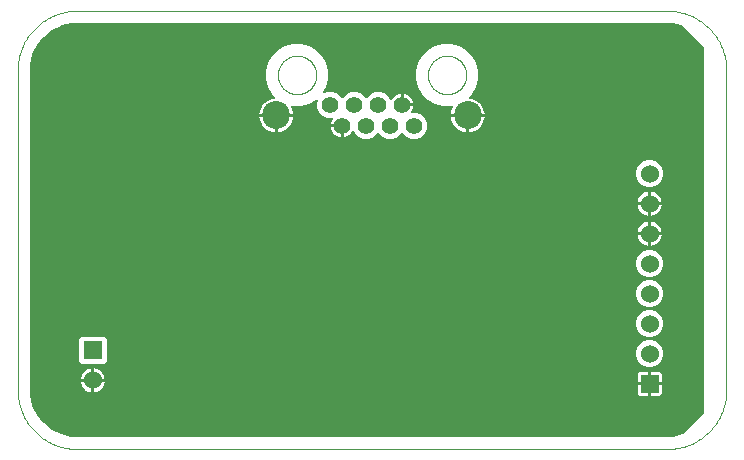
<source format=gbl>
G04 EAGLE Gerber RS-274X export*
G75*
%MOMM*%
%FSLAX34Y34*%
%LPD*%
%INBottom layer*%
%IPPOS*%
%AMOC8*
5,1,8,0,0,1.08239X$1,22.5*%
G01*
%ADD10C,0.000000*%
%ADD11R,1.530000X1.530000*%
%ADD12C,1.530000*%
%ADD13C,1.422400*%
%ADD14C,2.362200*%

G36*
X550016Y10164D02*
X550016Y10164D01*
X550036Y10162D01*
X554425Y10408D01*
X554467Y10418D01*
X554531Y10423D01*
X563090Y12377D01*
X563136Y12396D01*
X563224Y12424D01*
X563313Y12467D01*
X563324Y12474D01*
X563336Y12478D01*
X563487Y12590D01*
X580448Y29552D01*
X580473Y29586D01*
X580504Y29615D01*
X580536Y29678D01*
X580577Y29736D01*
X580587Y29777D01*
X580607Y29815D01*
X580620Y29904D01*
X580633Y29953D01*
X580630Y29974D01*
X580634Y30000D01*
X580634Y340000D01*
X580627Y340042D01*
X580629Y340084D01*
X580607Y340151D01*
X580595Y340221D01*
X580573Y340257D01*
X580560Y340298D01*
X580506Y340371D01*
X580480Y340414D01*
X580464Y340427D01*
X580448Y340448D01*
X562161Y358735D01*
X562093Y358783D01*
X562029Y358837D01*
X561998Y358849D01*
X561977Y358864D01*
X561930Y358876D01*
X561854Y358905D01*
X554531Y360577D01*
X554487Y360579D01*
X554425Y360592D01*
X553687Y360633D01*
X553671Y360631D01*
X553651Y360634D01*
X46349Y360634D01*
X46333Y360631D01*
X46313Y360633D01*
X45575Y360592D01*
X45533Y360582D01*
X45469Y360577D01*
X36910Y358623D01*
X36864Y358604D01*
X36776Y358576D01*
X28866Y354767D01*
X28837Y354746D01*
X28803Y354732D01*
X28781Y354712D01*
X28746Y354692D01*
X21882Y349218D01*
X21849Y349180D01*
X21782Y349118D01*
X16308Y342254D01*
X16284Y342209D01*
X16281Y342205D01*
X16261Y342180D01*
X16257Y342170D01*
X16233Y342134D01*
X12424Y334224D01*
X12410Y334175D01*
X12377Y334090D01*
X10423Y325531D01*
X10422Y325500D01*
X10414Y325477D01*
X10414Y325455D01*
X10408Y325425D01*
X10162Y321036D01*
X10164Y321020D01*
X10161Y321000D01*
X10161Y50000D01*
X10164Y49984D01*
X10162Y49964D01*
X10408Y45575D01*
X10418Y45533D01*
X10423Y45469D01*
X12377Y36910D01*
X12396Y36864D01*
X12424Y36776D01*
X16233Y28866D01*
X16262Y28826D01*
X16308Y28746D01*
X21782Y21882D01*
X21820Y21849D01*
X21882Y21782D01*
X28746Y16308D01*
X28791Y16284D01*
X28866Y16233D01*
X36776Y12424D01*
X36825Y12410D01*
X36910Y12377D01*
X45469Y10423D01*
X45513Y10421D01*
X45575Y10408D01*
X49964Y10162D01*
X49980Y10164D01*
X50000Y10161D01*
X550000Y10161D01*
X550016Y10164D01*
G37*
%LPC*%
G36*
X292697Y262343D02*
X292697Y262343D01*
X288589Y264045D01*
X285445Y267189D01*
X284521Y269419D01*
X284473Y269494D01*
X284431Y269572D01*
X284413Y269588D01*
X284400Y269608D01*
X284329Y269661D01*
X284262Y269720D01*
X284240Y269728D01*
X284221Y269742D01*
X284135Y269768D01*
X284052Y269799D01*
X284028Y269800D01*
X284006Y269806D01*
X283917Y269800D01*
X283828Y269801D01*
X283805Y269793D01*
X283782Y269791D01*
X283701Y269755D01*
X283617Y269725D01*
X283599Y269709D01*
X283577Y269700D01*
X283514Y269637D01*
X283446Y269579D01*
X283432Y269557D01*
X283417Y269542D01*
X283396Y269496D01*
X283349Y269419D01*
X283154Y268948D01*
X282098Y267367D01*
X280753Y266022D01*
X279172Y264966D01*
X277416Y264238D01*
X275869Y263931D01*
X275869Y272885D01*
X275858Y272950D01*
X275856Y273015D01*
X275838Y273059D01*
X275830Y273106D01*
X275796Y273162D01*
X275771Y273223D01*
X275739Y273258D01*
X275715Y273299D01*
X275664Y273340D01*
X275620Y273389D01*
X275578Y273411D01*
X275541Y273440D01*
X275479Y273461D01*
X275420Y273491D01*
X275366Y273500D01*
X275329Y273512D01*
X275289Y273511D01*
X275235Y273519D01*
X274599Y273519D01*
X274599Y274155D01*
X274587Y274220D01*
X274586Y274285D01*
X274568Y274329D01*
X274559Y274376D01*
X274526Y274433D01*
X274501Y274493D01*
X274469Y274528D01*
X274445Y274569D01*
X274394Y274610D01*
X274350Y274659D01*
X274308Y274681D01*
X274271Y274710D01*
X274209Y274731D01*
X274150Y274762D01*
X274096Y274770D01*
X274059Y274782D01*
X274019Y274781D01*
X273965Y274789D01*
X265011Y274789D01*
X265318Y276336D01*
X266046Y278092D01*
X266744Y279137D01*
X266755Y279162D01*
X266772Y279183D01*
X266799Y279264D01*
X266833Y279342D01*
X266835Y279369D01*
X266844Y279395D01*
X266841Y279481D01*
X266846Y279566D01*
X266838Y279592D01*
X266837Y279620D01*
X266805Y279699D01*
X266780Y279781D01*
X266763Y279802D01*
X266753Y279827D01*
X266695Y279891D01*
X266643Y279959D01*
X266620Y279973D01*
X266601Y279993D01*
X266525Y280032D01*
X266453Y280078D01*
X266426Y280083D01*
X266402Y280096D01*
X266272Y280115D01*
X266233Y280123D01*
X266225Y280122D01*
X266216Y280123D01*
X262217Y280123D01*
X258109Y281825D01*
X254965Y284969D01*
X253263Y289077D01*
X253263Y293523D01*
X253868Y294984D01*
X253890Y295082D01*
X253915Y295179D01*
X253914Y295191D01*
X253916Y295203D01*
X253902Y295303D01*
X253892Y295403D01*
X253886Y295413D01*
X253885Y295425D01*
X253837Y295513D01*
X253792Y295604D01*
X253783Y295612D01*
X253778Y295622D01*
X253702Y295688D01*
X253629Y295758D01*
X253618Y295762D01*
X253609Y295770D01*
X253515Y295806D01*
X253422Y295845D01*
X253410Y295846D01*
X253399Y295850D01*
X253298Y295851D01*
X253198Y295855D01*
X253187Y295851D01*
X253175Y295851D01*
X253080Y295817D01*
X252984Y295786D01*
X252974Y295779D01*
X252964Y295775D01*
X252929Y295745D01*
X252834Y295675D01*
X252720Y295561D01*
X246696Y292083D01*
X239978Y290283D01*
X233022Y290283D01*
X232137Y290520D01*
X232065Y290527D01*
X231994Y290542D01*
X231954Y290536D01*
X231913Y290539D01*
X231843Y290520D01*
X231772Y290509D01*
X231736Y290490D01*
X231697Y290479D01*
X231638Y290436D01*
X231575Y290402D01*
X231548Y290371D01*
X231516Y290347D01*
X231475Y290287D01*
X231428Y290232D01*
X231414Y290194D01*
X231391Y290161D01*
X231374Y290090D01*
X231349Y290022D01*
X231349Y289982D01*
X231340Y289942D01*
X231348Y289870D01*
X231348Y289798D01*
X231363Y289754D01*
X231367Y289720D01*
X231387Y289681D01*
X231408Y289620D01*
X232274Y287919D01*
X232972Y285771D01*
X233304Y283679D01*
X219609Y283679D01*
X219544Y283668D01*
X219479Y283666D01*
X219435Y283648D01*
X219388Y283640D01*
X219332Y283606D01*
X219271Y283581D01*
X219236Y283549D01*
X219195Y283525D01*
X219154Y283474D01*
X219105Y283430D01*
X219083Y283388D01*
X219054Y283351D01*
X219033Y283289D01*
X219003Y283230D01*
X218994Y283176D01*
X218982Y283139D01*
X218983Y283099D01*
X218975Y283045D01*
X218975Y282409D01*
X218973Y282409D01*
X218973Y283045D01*
X218961Y283110D01*
X218960Y283175D01*
X218942Y283219D01*
X218933Y283266D01*
X218900Y283323D01*
X218875Y283383D01*
X218843Y283418D01*
X218819Y283459D01*
X218768Y283500D01*
X218724Y283549D01*
X218682Y283571D01*
X218645Y283600D01*
X218583Y283621D01*
X218524Y283652D01*
X218470Y283660D01*
X218433Y283672D01*
X218393Y283671D01*
X218339Y283679D01*
X204644Y283679D01*
X204976Y285771D01*
X205674Y287919D01*
X206699Y289932D01*
X208027Y291760D01*
X209624Y293357D01*
X211452Y294685D01*
X213465Y295710D01*
X215613Y296408D01*
X217681Y296736D01*
X217719Y296749D01*
X217758Y296753D01*
X217824Y296786D01*
X217893Y296810D01*
X217924Y296835D01*
X217959Y296852D01*
X218009Y296906D01*
X218066Y296953D01*
X218086Y296987D01*
X218113Y297016D01*
X218142Y297083D01*
X218178Y297147D01*
X218185Y297186D01*
X218200Y297222D01*
X218204Y297296D01*
X218216Y297368D01*
X218209Y297407D01*
X218210Y297447D01*
X218188Y297516D01*
X218174Y297588D01*
X218154Y297622D01*
X218142Y297660D01*
X218085Y297737D01*
X218059Y297781D01*
X218044Y297792D01*
X218030Y297811D01*
X215361Y300480D01*
X211883Y306504D01*
X210083Y313222D01*
X210083Y320178D01*
X211883Y326896D01*
X215361Y332920D01*
X220280Y337839D01*
X226304Y341317D01*
X233022Y343117D01*
X239978Y343117D01*
X246696Y341317D01*
X252720Y337839D01*
X257639Y332920D01*
X261117Y326896D01*
X262917Y320178D01*
X262917Y313222D01*
X261117Y306504D01*
X258649Y302230D01*
X258648Y302226D01*
X258645Y302222D01*
X258640Y302210D01*
X258632Y302198D01*
X258605Y302108D01*
X258573Y302019D01*
X258573Y302011D01*
X258573Y302009D01*
X258573Y302000D01*
X258568Y301983D01*
X258574Y301889D01*
X258575Y301795D01*
X258582Y301778D01*
X258583Y301760D01*
X258622Y301673D01*
X258656Y301585D01*
X258668Y301571D01*
X258675Y301555D01*
X258741Y301488D01*
X258804Y301417D01*
X258820Y301408D01*
X258832Y301395D01*
X258918Y301355D01*
X259001Y301310D01*
X259019Y301308D01*
X259036Y301300D01*
X259125Y301293D01*
X259200Y301281D01*
X259205Y301281D01*
X259206Y301282D01*
X259223Y301279D01*
X259241Y301283D01*
X259259Y301282D01*
X259396Y301316D01*
X259426Y301321D01*
X259432Y301325D01*
X259441Y301327D01*
X259442Y301328D01*
X259443Y301328D01*
X262217Y302477D01*
X266663Y302477D01*
X270771Y300775D01*
X273915Y297631D01*
X274014Y297392D01*
X274062Y297318D01*
X274105Y297239D01*
X274122Y297224D01*
X274135Y297204D01*
X274206Y297150D01*
X274273Y297091D01*
X274296Y297083D01*
X274315Y297069D01*
X274400Y297043D01*
X274483Y297012D01*
X274507Y297012D01*
X274530Y297005D01*
X274619Y297011D01*
X274707Y297010D01*
X274730Y297018D01*
X274753Y297020D01*
X274835Y297056D01*
X274918Y297087D01*
X274937Y297102D01*
X274958Y297112D01*
X275021Y297174D01*
X275089Y297232D01*
X275103Y297255D01*
X275118Y297269D01*
X275139Y297315D01*
X275186Y297392D01*
X275285Y297631D01*
X278429Y300775D01*
X282537Y302477D01*
X286983Y302477D01*
X291091Y300775D01*
X294235Y297631D01*
X294334Y297392D01*
X294382Y297318D01*
X294424Y297239D01*
X294442Y297224D01*
X294455Y297204D01*
X294526Y297150D01*
X294593Y297091D01*
X294616Y297083D01*
X294634Y297069D01*
X294720Y297043D01*
X294803Y297012D01*
X294827Y297012D01*
X294850Y297005D01*
X294938Y297011D01*
X295027Y297010D01*
X295050Y297018D01*
X295073Y297020D01*
X295154Y297056D01*
X295238Y297087D01*
X295256Y297102D01*
X295278Y297112D01*
X295342Y297174D01*
X295409Y297232D01*
X295423Y297254D01*
X295438Y297269D01*
X295459Y297315D01*
X295506Y297392D01*
X295605Y297631D01*
X298749Y300775D01*
X302857Y302477D01*
X307303Y302477D01*
X311411Y300775D01*
X314555Y297631D01*
X315479Y295401D01*
X315527Y295326D01*
X315569Y295248D01*
X315587Y295232D01*
X315600Y295212D01*
X315671Y295159D01*
X315738Y295100D01*
X315760Y295092D01*
X315779Y295078D01*
X315865Y295052D01*
X315948Y295021D01*
X315972Y295020D01*
X315994Y295014D01*
X316083Y295020D01*
X316172Y295019D01*
X316195Y295027D01*
X316218Y295029D01*
X316299Y295065D01*
X316383Y295095D01*
X316401Y295111D01*
X316423Y295120D01*
X316486Y295183D01*
X316554Y295241D01*
X316568Y295263D01*
X316583Y295278D01*
X316604Y295324D01*
X316651Y295401D01*
X316846Y295872D01*
X317902Y297453D01*
X319247Y298798D01*
X320828Y299854D01*
X322584Y300582D01*
X324131Y300889D01*
X324131Y291935D01*
X324142Y291870D01*
X324144Y291805D01*
X324162Y291761D01*
X324170Y291714D01*
X324204Y291658D01*
X324229Y291597D01*
X324260Y291562D01*
X324285Y291521D01*
X324336Y291480D01*
X324380Y291431D01*
X324422Y291409D01*
X324459Y291380D01*
X324521Y291359D01*
X324580Y291329D01*
X324634Y291320D01*
X324671Y291308D01*
X324711Y291309D01*
X324765Y291301D01*
X325401Y291301D01*
X325401Y290665D01*
X325413Y290600D01*
X325414Y290534D01*
X325432Y290491D01*
X325441Y290444D01*
X325474Y290387D01*
X325499Y290327D01*
X325531Y290292D01*
X325555Y290251D01*
X325606Y290210D01*
X325650Y290161D01*
X325692Y290139D01*
X325729Y290110D01*
X325791Y290089D01*
X325850Y290058D01*
X325904Y290050D01*
X325941Y290038D01*
X325981Y290039D01*
X326035Y290031D01*
X334989Y290031D01*
X334682Y288484D01*
X333954Y286728D01*
X333256Y285683D01*
X333245Y285658D01*
X333228Y285637D01*
X333201Y285556D01*
X333167Y285478D01*
X333165Y285451D01*
X333156Y285425D01*
X333159Y285339D01*
X333154Y285254D01*
X333162Y285228D01*
X333163Y285200D01*
X333195Y285121D01*
X333220Y285039D01*
X333237Y285018D01*
X333247Y284993D01*
X333305Y284929D01*
X333357Y284861D01*
X333380Y284847D01*
X333399Y284827D01*
X333475Y284788D01*
X333547Y284742D01*
X333574Y284737D01*
X333598Y284724D01*
X333728Y284705D01*
X333767Y284697D01*
X333775Y284698D01*
X333784Y284697D01*
X337783Y284697D01*
X341891Y282995D01*
X345035Y279851D01*
X346737Y275743D01*
X346737Y271297D01*
X345035Y267189D01*
X341891Y264045D01*
X337783Y262343D01*
X333337Y262343D01*
X329229Y264045D01*
X326085Y267189D01*
X325986Y267428D01*
X325938Y267503D01*
X325895Y267581D01*
X325878Y267596D01*
X325865Y267616D01*
X325794Y267670D01*
X325727Y267729D01*
X325704Y267737D01*
X325685Y267751D01*
X325600Y267777D01*
X325517Y267808D01*
X325493Y267808D01*
X325470Y267815D01*
X325381Y267809D01*
X325292Y267810D01*
X325270Y267802D01*
X325247Y267800D01*
X325165Y267764D01*
X325082Y267733D01*
X325064Y267718D01*
X325042Y267708D01*
X324978Y267646D01*
X324911Y267588D01*
X324897Y267566D01*
X324882Y267551D01*
X324861Y267505D01*
X324814Y267428D01*
X324715Y267189D01*
X321571Y264045D01*
X317463Y262343D01*
X313017Y262343D01*
X308909Y264045D01*
X305765Y267189D01*
X305666Y267428D01*
X305618Y267503D01*
X305575Y267581D01*
X305558Y267596D01*
X305545Y267616D01*
X305474Y267670D01*
X305407Y267729D01*
X305384Y267737D01*
X305365Y267751D01*
X305280Y267777D01*
X305197Y267808D01*
X305173Y267808D01*
X305150Y267815D01*
X305061Y267809D01*
X304972Y267810D01*
X304950Y267802D01*
X304927Y267800D01*
X304845Y267764D01*
X304762Y267733D01*
X304744Y267718D01*
X304722Y267708D01*
X304658Y267646D01*
X304591Y267588D01*
X304577Y267566D01*
X304562Y267551D01*
X304541Y267505D01*
X304494Y267428D01*
X304395Y267189D01*
X301251Y264045D01*
X297143Y262343D01*
X292697Y262343D01*
G37*
%LPD*%
%LPC*%
G36*
X381025Y282409D02*
X381025Y282409D01*
X381025Y283045D01*
X381013Y283110D01*
X381012Y283175D01*
X380994Y283219D01*
X380985Y283266D01*
X380952Y283323D01*
X380927Y283383D01*
X380895Y283418D01*
X380871Y283459D01*
X380820Y283500D01*
X380776Y283549D01*
X380734Y283571D01*
X380697Y283600D01*
X380635Y283621D01*
X380576Y283652D01*
X380522Y283660D01*
X380485Y283672D01*
X380445Y283671D01*
X380391Y283679D01*
X366696Y283679D01*
X367028Y285771D01*
X367726Y287919D01*
X368592Y289620D01*
X368613Y289689D01*
X368643Y289756D01*
X368646Y289796D01*
X368657Y289835D01*
X368653Y289907D01*
X368657Y289980D01*
X368646Y290018D01*
X368643Y290059D01*
X368614Y290125D01*
X368593Y290195D01*
X368569Y290227D01*
X368552Y290264D01*
X368501Y290316D01*
X368458Y290374D01*
X368424Y290395D01*
X368395Y290424D01*
X368330Y290455D01*
X368269Y290494D01*
X368229Y290503D01*
X368193Y290520D01*
X368120Y290526D01*
X368049Y290542D01*
X368003Y290536D01*
X367969Y290539D01*
X367927Y290528D01*
X367863Y290520D01*
X366978Y290283D01*
X360022Y290283D01*
X353304Y292083D01*
X347280Y295561D01*
X342361Y300480D01*
X338883Y306504D01*
X337083Y313222D01*
X337083Y320178D01*
X338883Y326896D01*
X342361Y332920D01*
X347280Y337839D01*
X353304Y341317D01*
X360022Y343117D01*
X366978Y343117D01*
X373696Y341317D01*
X379720Y337839D01*
X384639Y332920D01*
X388117Y326896D01*
X389917Y320178D01*
X389917Y313222D01*
X388117Y306504D01*
X384639Y300480D01*
X381970Y297811D01*
X381947Y297778D01*
X381917Y297752D01*
X381883Y297687D01*
X381842Y297627D01*
X381832Y297588D01*
X381813Y297553D01*
X381804Y297480D01*
X381786Y297409D01*
X381790Y297370D01*
X381785Y297330D01*
X381801Y297259D01*
X381809Y297186D01*
X381826Y297151D01*
X381835Y297112D01*
X381876Y297051D01*
X381908Y296985D01*
X381937Y296958D01*
X381959Y296925D01*
X382018Y296881D01*
X382072Y296831D01*
X382108Y296816D01*
X382140Y296792D01*
X382232Y296763D01*
X382278Y296744D01*
X382297Y296743D01*
X382319Y296736D01*
X384387Y296408D01*
X386535Y295710D01*
X388548Y294685D01*
X390376Y293357D01*
X391973Y291760D01*
X393301Y289932D01*
X394326Y287919D01*
X395024Y285771D01*
X395356Y283679D01*
X381661Y283679D01*
X381596Y283668D01*
X381531Y283666D01*
X381487Y283648D01*
X381440Y283640D01*
X381384Y283606D01*
X381323Y283581D01*
X381288Y283549D01*
X381247Y283525D01*
X381206Y283474D01*
X381157Y283430D01*
X381135Y283388D01*
X381106Y283351D01*
X381085Y283289D01*
X381055Y283230D01*
X381046Y283176D01*
X381034Y283139D01*
X381035Y283099D01*
X381027Y283045D01*
X381027Y282409D01*
X381025Y282409D01*
G37*
%LPD*%
%LPC*%
G36*
X54166Y71785D02*
X54166Y71785D01*
X51785Y74166D01*
X51785Y92834D01*
X54166Y95215D01*
X72834Y95215D01*
X75215Y92834D01*
X75215Y74166D01*
X72834Y71785D01*
X54166Y71785D01*
G37*
%LPD*%
%LPC*%
G36*
X532670Y145285D02*
X532670Y145285D01*
X528364Y147069D01*
X525069Y150364D01*
X523285Y154670D01*
X523285Y159330D01*
X525069Y163636D01*
X528364Y166931D01*
X532670Y168715D01*
X537330Y168715D01*
X541636Y166931D01*
X544931Y163636D01*
X546715Y159330D01*
X546715Y154670D01*
X544931Y150364D01*
X541636Y147069D01*
X537330Y145285D01*
X532670Y145285D01*
G37*
%LPD*%
%LPC*%
G36*
X532670Y221485D02*
X532670Y221485D01*
X528364Y223269D01*
X525069Y226564D01*
X523285Y230870D01*
X523285Y235530D01*
X525069Y239836D01*
X528364Y243131D01*
X532670Y244915D01*
X537330Y244915D01*
X541636Y243131D01*
X544931Y239836D01*
X546715Y235530D01*
X546715Y230870D01*
X544931Y226564D01*
X541636Y223269D01*
X537330Y221485D01*
X532670Y221485D01*
G37*
%LPD*%
%LPC*%
G36*
X532670Y69085D02*
X532670Y69085D01*
X528364Y70869D01*
X525069Y74164D01*
X523285Y78470D01*
X523285Y83130D01*
X525069Y87436D01*
X528364Y90731D01*
X532670Y92515D01*
X537330Y92515D01*
X541636Y90731D01*
X544931Y87436D01*
X546715Y83130D01*
X546715Y78470D01*
X544931Y74164D01*
X541636Y70869D01*
X537330Y69085D01*
X532670Y69085D01*
G37*
%LPD*%
%LPC*%
G36*
X532670Y94485D02*
X532670Y94485D01*
X528364Y96269D01*
X525069Y99564D01*
X523285Y103870D01*
X523285Y108530D01*
X525069Y112836D01*
X528364Y116131D01*
X532670Y117915D01*
X537330Y117915D01*
X541636Y116131D01*
X544931Y112836D01*
X546715Y108530D01*
X546715Y103870D01*
X544931Y99564D01*
X541636Y96269D01*
X537330Y94485D01*
X532670Y94485D01*
G37*
%LPD*%
%LPC*%
G36*
X532670Y119885D02*
X532670Y119885D01*
X528364Y121669D01*
X525069Y124964D01*
X523285Y129270D01*
X523285Y133930D01*
X525069Y138236D01*
X528364Y141531D01*
X532670Y143315D01*
X537330Y143315D01*
X541636Y141531D01*
X544931Y138236D01*
X546715Y133930D01*
X546715Y129270D01*
X544931Y124964D01*
X541636Y121669D01*
X537330Y119885D01*
X532670Y119885D01*
G37*
%LPD*%
%LPC*%
G36*
X382295Y281141D02*
X382295Y281141D01*
X395356Y281141D01*
X395024Y279049D01*
X394326Y276901D01*
X393301Y274888D01*
X391973Y273060D01*
X390376Y271463D01*
X388548Y270135D01*
X386535Y269110D01*
X384387Y268412D01*
X382295Y268080D01*
X382295Y281141D01*
G37*
%LPD*%
%LPC*%
G36*
X220243Y281141D02*
X220243Y281141D01*
X233304Y281141D01*
X232972Y279049D01*
X232274Y276901D01*
X231249Y274888D01*
X229921Y273060D01*
X228324Y271463D01*
X226496Y270135D01*
X224483Y269110D01*
X222335Y268412D01*
X220243Y268080D01*
X220243Y281141D01*
G37*
%LPD*%
%LPC*%
G36*
X377665Y268412D02*
X377665Y268412D01*
X375517Y269110D01*
X373504Y270135D01*
X371676Y271463D01*
X370079Y273060D01*
X368751Y274888D01*
X367726Y276901D01*
X367028Y279049D01*
X366696Y281141D01*
X379757Y281141D01*
X379757Y268080D01*
X377665Y268412D01*
G37*
%LPD*%
%LPC*%
G36*
X215613Y268412D02*
X215613Y268412D01*
X213465Y269110D01*
X211452Y270135D01*
X209624Y271463D01*
X208027Y273060D01*
X206699Y274888D01*
X205674Y276901D01*
X204976Y279049D01*
X204644Y281141D01*
X217705Y281141D01*
X217705Y268080D01*
X215613Y268412D01*
G37*
%LPD*%
%LPC*%
G36*
X536269Y56669D02*
X536269Y56669D01*
X536269Y65591D01*
X542985Y65591D01*
X543631Y65418D01*
X544210Y65083D01*
X544683Y64610D01*
X545018Y64031D01*
X545191Y63385D01*
X545191Y56669D01*
X536269Y56669D01*
G37*
%LPD*%
%LPC*%
G36*
X536269Y45209D02*
X536269Y45209D01*
X536269Y54131D01*
X545191Y54131D01*
X545191Y47415D01*
X545018Y46769D01*
X544683Y46190D01*
X544210Y45717D01*
X543631Y45382D01*
X542985Y45209D01*
X536269Y45209D01*
G37*
%LPD*%
%LPC*%
G36*
X524809Y56669D02*
X524809Y56669D01*
X524809Y63385D01*
X524982Y64031D01*
X525317Y64610D01*
X525790Y65083D01*
X526369Y65418D01*
X527015Y65591D01*
X533731Y65591D01*
X533731Y56669D01*
X524809Y56669D01*
G37*
%LPD*%
%LPC*%
G36*
X527015Y45209D02*
X527015Y45209D01*
X526369Y45382D01*
X525790Y45717D01*
X525317Y46190D01*
X524982Y46769D01*
X524809Y47415D01*
X524809Y54131D01*
X533731Y54131D01*
X533731Y45209D01*
X527015Y45209D01*
G37*
%LPD*%
%LPC*%
G36*
X536269Y183669D02*
X536269Y183669D01*
X536269Y192517D01*
X537386Y192340D01*
X538912Y191844D01*
X540341Y191116D01*
X541639Y190173D01*
X542773Y189039D01*
X543716Y187741D01*
X544444Y186312D01*
X544940Y184786D01*
X545117Y183669D01*
X536269Y183669D01*
G37*
%LPD*%
%LPC*%
G36*
X64769Y59369D02*
X64769Y59369D01*
X64769Y68217D01*
X65886Y68040D01*
X67412Y67544D01*
X68841Y66816D01*
X70139Y65873D01*
X71273Y64739D01*
X72216Y63441D01*
X72944Y62012D01*
X73440Y60486D01*
X73617Y59369D01*
X64769Y59369D01*
G37*
%LPD*%
%LPC*%
G36*
X536269Y209069D02*
X536269Y209069D01*
X536269Y217917D01*
X537386Y217740D01*
X538912Y217244D01*
X540341Y216516D01*
X541639Y215573D01*
X542773Y214439D01*
X543716Y213141D01*
X544444Y211712D01*
X544940Y210186D01*
X545117Y209069D01*
X536269Y209069D01*
G37*
%LPD*%
%LPC*%
G36*
X536269Y181131D02*
X536269Y181131D01*
X545117Y181131D01*
X544940Y180014D01*
X544444Y178488D01*
X543716Y177059D01*
X542773Y175761D01*
X541639Y174627D01*
X540341Y173684D01*
X538912Y172956D01*
X537386Y172460D01*
X536269Y172283D01*
X536269Y181131D01*
G37*
%LPD*%
%LPC*%
G36*
X524883Y183669D02*
X524883Y183669D01*
X525060Y184786D01*
X525556Y186312D01*
X526284Y187741D01*
X527227Y189039D01*
X528361Y190173D01*
X529659Y191116D01*
X531088Y191844D01*
X532614Y192340D01*
X533731Y192517D01*
X533731Y183669D01*
X524883Y183669D01*
G37*
%LPD*%
%LPC*%
G36*
X536269Y206531D02*
X536269Y206531D01*
X545117Y206531D01*
X544940Y205414D01*
X544444Y203888D01*
X543716Y202459D01*
X542773Y201161D01*
X541639Y200027D01*
X540341Y199084D01*
X538912Y198356D01*
X537386Y197860D01*
X536269Y197683D01*
X536269Y206531D01*
G37*
%LPD*%
%LPC*%
G36*
X53383Y59369D02*
X53383Y59369D01*
X53560Y60486D01*
X54056Y62012D01*
X54784Y63441D01*
X55727Y64739D01*
X56861Y65873D01*
X58159Y66816D01*
X59588Y67544D01*
X61114Y68040D01*
X62231Y68217D01*
X62231Y59369D01*
X53383Y59369D01*
G37*
%LPD*%
%LPC*%
G36*
X524883Y209069D02*
X524883Y209069D01*
X525060Y210186D01*
X525556Y211712D01*
X526284Y213141D01*
X527227Y214439D01*
X528361Y215573D01*
X529659Y216516D01*
X531088Y217244D01*
X532614Y217740D01*
X533731Y217917D01*
X533731Y209069D01*
X524883Y209069D01*
G37*
%LPD*%
%LPC*%
G36*
X64769Y56831D02*
X64769Y56831D01*
X73617Y56831D01*
X73440Y55714D01*
X72944Y54188D01*
X72216Y52759D01*
X71273Y51461D01*
X70139Y50327D01*
X68841Y49384D01*
X67412Y48656D01*
X65886Y48160D01*
X64769Y47983D01*
X64769Y56831D01*
G37*
%LPD*%
%LPC*%
G36*
X532614Y172460D02*
X532614Y172460D01*
X531088Y172956D01*
X529659Y173684D01*
X528361Y174627D01*
X527227Y175761D01*
X526284Y177059D01*
X525556Y178488D01*
X525060Y180014D01*
X524883Y181131D01*
X533731Y181131D01*
X533731Y172283D01*
X532614Y172460D01*
G37*
%LPD*%
%LPC*%
G36*
X532614Y197860D02*
X532614Y197860D01*
X531088Y198356D01*
X529659Y199084D01*
X528361Y200027D01*
X527227Y201161D01*
X526284Y202459D01*
X525556Y203888D01*
X525060Y205414D01*
X524883Y206531D01*
X533731Y206531D01*
X533731Y197683D01*
X532614Y197860D01*
G37*
%LPD*%
%LPC*%
G36*
X61114Y48160D02*
X61114Y48160D01*
X59588Y48656D01*
X58159Y49384D01*
X56861Y50327D01*
X55727Y51461D01*
X54784Y52759D01*
X54056Y54188D01*
X53560Y55714D01*
X53383Y56831D01*
X62231Y56831D01*
X62231Y47983D01*
X61114Y48160D01*
G37*
%LPD*%
%LPC*%
G36*
X326669Y292569D02*
X326669Y292569D01*
X326669Y300889D01*
X328216Y300582D01*
X329972Y299854D01*
X331553Y298798D01*
X332898Y297453D01*
X333954Y295872D01*
X334682Y294116D01*
X334989Y292569D01*
X326669Y292569D01*
G37*
%LPD*%
%LPC*%
G36*
X271784Y264238D02*
X271784Y264238D01*
X270028Y264966D01*
X268447Y266022D01*
X267102Y267367D01*
X266046Y268948D01*
X265318Y270704D01*
X265011Y272251D01*
X273331Y272251D01*
X273331Y263931D01*
X271784Y264238D01*
G37*
%LPD*%
%LPC*%
G36*
X534999Y207799D02*
X534999Y207799D01*
X534999Y207801D01*
X535001Y207801D01*
X535001Y207799D01*
X534999Y207799D01*
G37*
%LPD*%
%LPC*%
G36*
X63499Y58099D02*
X63499Y58099D01*
X63499Y58101D01*
X63501Y58101D01*
X63501Y58099D01*
X63499Y58099D01*
G37*
%LPD*%
%LPC*%
G36*
X534999Y55399D02*
X534999Y55399D01*
X534999Y55401D01*
X535001Y55401D01*
X535001Y55399D01*
X534999Y55399D01*
G37*
%LPD*%
%LPC*%
G36*
X534999Y182399D02*
X534999Y182399D01*
X534999Y182401D01*
X535001Y182401D01*
X535001Y182399D01*
X534999Y182399D01*
G37*
%LPD*%
D10*
X0Y321000D02*
X0Y50000D01*
X15Y48792D01*
X58Y47584D01*
X131Y46378D01*
X233Y45174D01*
X365Y43973D01*
X525Y42776D01*
X714Y41582D01*
X931Y40394D01*
X1178Y39211D01*
X1453Y38034D01*
X1756Y36865D01*
X2088Y35703D01*
X2447Y34549D01*
X2834Y33405D01*
X3249Y32270D01*
X3691Y31145D01*
X4160Y30032D01*
X4656Y28930D01*
X5179Y27840D01*
X5727Y26764D01*
X6302Y25701D01*
X6902Y24652D01*
X7527Y23618D01*
X8176Y22599D01*
X8851Y21597D01*
X9549Y20611D01*
X10271Y19642D01*
X11016Y18691D01*
X11784Y17758D01*
X12574Y16844D01*
X13387Y15949D01*
X14220Y15074D01*
X15074Y14220D01*
X15949Y13387D01*
X16844Y12574D01*
X17758Y11784D01*
X18691Y11016D01*
X19642Y10271D01*
X20611Y9549D01*
X21597Y8851D01*
X22599Y8176D01*
X23618Y7527D01*
X24652Y6902D01*
X25701Y6302D01*
X26764Y5727D01*
X27840Y5179D01*
X28930Y4656D01*
X30032Y4160D01*
X31145Y3691D01*
X32270Y3249D01*
X33405Y2834D01*
X34549Y2447D01*
X35703Y2088D01*
X36865Y1756D01*
X38034Y1453D01*
X39211Y1178D01*
X40394Y931D01*
X41582Y714D01*
X42776Y525D01*
X43973Y365D01*
X45174Y233D01*
X46378Y131D01*
X47584Y58D01*
X48792Y15D01*
X50000Y0D01*
X550000Y0D01*
X551208Y15D01*
X552416Y58D01*
X553622Y131D01*
X554826Y233D01*
X556027Y365D01*
X557224Y525D01*
X558418Y714D01*
X559606Y931D01*
X560789Y1178D01*
X561966Y1453D01*
X563135Y1756D01*
X564297Y2088D01*
X565451Y2447D01*
X566595Y2834D01*
X567730Y3249D01*
X568855Y3691D01*
X569968Y4160D01*
X571070Y4656D01*
X572160Y5179D01*
X573236Y5727D01*
X574299Y6302D01*
X575348Y6902D01*
X576382Y7527D01*
X577401Y8176D01*
X578403Y8851D01*
X579389Y9549D01*
X580358Y10271D01*
X581309Y11016D01*
X582242Y11784D01*
X583156Y12574D01*
X584051Y13387D01*
X584926Y14220D01*
X585780Y15074D01*
X586613Y15949D01*
X587426Y16844D01*
X588216Y17758D01*
X588984Y18691D01*
X589729Y19642D01*
X590451Y20611D01*
X591149Y21597D01*
X591824Y22599D01*
X592473Y23618D01*
X593098Y24652D01*
X593698Y25701D01*
X594273Y26764D01*
X594821Y27840D01*
X595344Y28930D01*
X595840Y30032D01*
X596309Y31145D01*
X596751Y32270D01*
X597166Y33405D01*
X597553Y34549D01*
X597912Y35703D01*
X598244Y36865D01*
X598547Y38034D01*
X598822Y39211D01*
X599069Y40394D01*
X599286Y41582D01*
X599475Y42776D01*
X599635Y43973D01*
X599767Y45174D01*
X599869Y46378D01*
X599942Y47584D01*
X599985Y48792D01*
X600000Y50000D01*
X600000Y321000D01*
X599985Y322208D01*
X599942Y323416D01*
X599869Y324622D01*
X599767Y325826D01*
X599635Y327027D01*
X599475Y328224D01*
X599286Y329418D01*
X599069Y330606D01*
X598822Y331789D01*
X598547Y332966D01*
X598244Y334135D01*
X597912Y335297D01*
X597553Y336451D01*
X597166Y337595D01*
X596751Y338730D01*
X596309Y339855D01*
X595840Y340968D01*
X595344Y342070D01*
X594821Y343160D01*
X594273Y344236D01*
X593698Y345299D01*
X593098Y346348D01*
X592473Y347382D01*
X591824Y348401D01*
X591149Y349403D01*
X590451Y350389D01*
X589729Y351358D01*
X588984Y352309D01*
X588216Y353242D01*
X587426Y354156D01*
X586613Y355051D01*
X585780Y355926D01*
X584926Y356780D01*
X584051Y357613D01*
X583156Y358426D01*
X582242Y359216D01*
X581309Y359984D01*
X580358Y360729D01*
X579389Y361451D01*
X578403Y362149D01*
X577401Y362824D01*
X576382Y363473D01*
X575348Y364098D01*
X574299Y364698D01*
X573236Y365273D01*
X572160Y365821D01*
X571070Y366344D01*
X569968Y366840D01*
X568855Y367309D01*
X567730Y367751D01*
X566595Y368166D01*
X565451Y368553D01*
X564297Y368912D01*
X563135Y369244D01*
X561966Y369547D01*
X560789Y369822D01*
X559606Y370069D01*
X558418Y370286D01*
X557224Y370475D01*
X556027Y370635D01*
X554826Y370767D01*
X553622Y370869D01*
X552416Y370942D01*
X551208Y370985D01*
X550000Y371000D01*
X50000Y371000D01*
X48792Y370985D01*
X47584Y370942D01*
X46378Y370869D01*
X45174Y370767D01*
X43973Y370635D01*
X42776Y370475D01*
X41582Y370286D01*
X40394Y370069D01*
X39211Y369822D01*
X38034Y369547D01*
X36865Y369244D01*
X35703Y368912D01*
X34549Y368553D01*
X33405Y368166D01*
X32270Y367751D01*
X31145Y367309D01*
X30032Y366840D01*
X28930Y366344D01*
X27840Y365821D01*
X26764Y365273D01*
X25701Y364698D01*
X24652Y364098D01*
X23618Y363473D01*
X22599Y362824D01*
X21597Y362149D01*
X20611Y361451D01*
X19642Y360729D01*
X18691Y359984D01*
X17758Y359216D01*
X16844Y358426D01*
X15949Y357613D01*
X15074Y356780D01*
X14220Y355926D01*
X13387Y355051D01*
X12574Y354156D01*
X11784Y353242D01*
X11016Y352309D01*
X10271Y351358D01*
X9549Y350389D01*
X8851Y349403D01*
X8176Y348401D01*
X7527Y347382D01*
X6902Y346348D01*
X6302Y345299D01*
X5727Y344236D01*
X5179Y343160D01*
X4656Y342070D01*
X4160Y340968D01*
X3691Y339855D01*
X3249Y338730D01*
X2834Y337595D01*
X2447Y336451D01*
X2088Y335297D01*
X1756Y334135D01*
X1453Y332966D01*
X1178Y331789D01*
X931Y330606D01*
X714Y329418D01*
X525Y328224D01*
X365Y327027D01*
X233Y325826D01*
X131Y324622D01*
X58Y323416D01*
X15Y322208D01*
X0Y321000D01*
D11*
X63500Y83500D03*
D12*
X63500Y58100D03*
X535000Y106200D03*
X535000Y131600D03*
X535000Y157000D03*
X535000Y182400D03*
X535000Y80800D03*
D11*
X535000Y55400D03*
D12*
X535000Y207800D03*
X535000Y233200D03*
D10*
X220244Y316700D02*
X220249Y317099D01*
X220264Y317498D01*
X220288Y317896D01*
X220322Y318293D01*
X220366Y318690D01*
X220420Y319085D01*
X220483Y319479D01*
X220556Y319871D01*
X220639Y320262D01*
X220731Y320650D01*
X220833Y321036D01*
X220944Y321419D01*
X221064Y321799D01*
X221194Y322176D01*
X221333Y322550D01*
X221481Y322921D01*
X221639Y323288D01*
X221805Y323650D01*
X221980Y324009D01*
X222163Y324363D01*
X222356Y324713D01*
X222557Y325057D01*
X222766Y325397D01*
X222984Y325731D01*
X223209Y326060D01*
X223443Y326384D01*
X223685Y326701D01*
X223934Y327013D01*
X224191Y327318D01*
X224455Y327617D01*
X224727Y327909D01*
X225005Y328195D01*
X225291Y328473D01*
X225583Y328745D01*
X225882Y329009D01*
X226187Y329266D01*
X226499Y329515D01*
X226816Y329757D01*
X227140Y329991D01*
X227469Y330216D01*
X227803Y330434D01*
X228143Y330643D01*
X228487Y330844D01*
X228837Y331037D01*
X229191Y331220D01*
X229550Y331395D01*
X229912Y331561D01*
X230279Y331719D01*
X230650Y331867D01*
X231024Y332006D01*
X231401Y332136D01*
X231781Y332256D01*
X232164Y332367D01*
X232550Y332469D01*
X232938Y332561D01*
X233329Y332644D01*
X233721Y332717D01*
X234115Y332780D01*
X234510Y332834D01*
X234907Y332878D01*
X235304Y332912D01*
X235702Y332936D01*
X236101Y332951D01*
X236500Y332956D01*
X236899Y332951D01*
X237298Y332936D01*
X237696Y332912D01*
X238093Y332878D01*
X238490Y332834D01*
X238885Y332780D01*
X239279Y332717D01*
X239671Y332644D01*
X240062Y332561D01*
X240450Y332469D01*
X240836Y332367D01*
X241219Y332256D01*
X241599Y332136D01*
X241976Y332006D01*
X242350Y331867D01*
X242721Y331719D01*
X243088Y331561D01*
X243450Y331395D01*
X243809Y331220D01*
X244163Y331037D01*
X244513Y330844D01*
X244857Y330643D01*
X245197Y330434D01*
X245531Y330216D01*
X245860Y329991D01*
X246184Y329757D01*
X246501Y329515D01*
X246813Y329266D01*
X247118Y329009D01*
X247417Y328745D01*
X247709Y328473D01*
X247995Y328195D01*
X248273Y327909D01*
X248545Y327617D01*
X248809Y327318D01*
X249066Y327013D01*
X249315Y326701D01*
X249557Y326384D01*
X249791Y326060D01*
X250016Y325731D01*
X250234Y325397D01*
X250443Y325057D01*
X250644Y324713D01*
X250837Y324363D01*
X251020Y324009D01*
X251195Y323650D01*
X251361Y323288D01*
X251519Y322921D01*
X251667Y322550D01*
X251806Y322176D01*
X251936Y321799D01*
X252056Y321419D01*
X252167Y321036D01*
X252269Y320650D01*
X252361Y320262D01*
X252444Y319871D01*
X252517Y319479D01*
X252580Y319085D01*
X252634Y318690D01*
X252678Y318293D01*
X252712Y317896D01*
X252736Y317498D01*
X252751Y317099D01*
X252756Y316700D01*
X252751Y316301D01*
X252736Y315902D01*
X252712Y315504D01*
X252678Y315107D01*
X252634Y314710D01*
X252580Y314315D01*
X252517Y313921D01*
X252444Y313529D01*
X252361Y313138D01*
X252269Y312750D01*
X252167Y312364D01*
X252056Y311981D01*
X251936Y311601D01*
X251806Y311224D01*
X251667Y310850D01*
X251519Y310479D01*
X251361Y310112D01*
X251195Y309750D01*
X251020Y309391D01*
X250837Y309037D01*
X250644Y308687D01*
X250443Y308343D01*
X250234Y308003D01*
X250016Y307669D01*
X249791Y307340D01*
X249557Y307016D01*
X249315Y306699D01*
X249066Y306387D01*
X248809Y306082D01*
X248545Y305783D01*
X248273Y305491D01*
X247995Y305205D01*
X247709Y304927D01*
X247417Y304655D01*
X247118Y304391D01*
X246813Y304134D01*
X246501Y303885D01*
X246184Y303643D01*
X245860Y303409D01*
X245531Y303184D01*
X245197Y302966D01*
X244857Y302757D01*
X244513Y302556D01*
X244163Y302363D01*
X243809Y302180D01*
X243450Y302005D01*
X243088Y301839D01*
X242721Y301681D01*
X242350Y301533D01*
X241976Y301394D01*
X241599Y301264D01*
X241219Y301144D01*
X240836Y301033D01*
X240450Y300931D01*
X240062Y300839D01*
X239671Y300756D01*
X239279Y300683D01*
X238885Y300620D01*
X238490Y300566D01*
X238093Y300522D01*
X237696Y300488D01*
X237298Y300464D01*
X236899Y300449D01*
X236500Y300444D01*
X236101Y300449D01*
X235702Y300464D01*
X235304Y300488D01*
X234907Y300522D01*
X234510Y300566D01*
X234115Y300620D01*
X233721Y300683D01*
X233329Y300756D01*
X232938Y300839D01*
X232550Y300931D01*
X232164Y301033D01*
X231781Y301144D01*
X231401Y301264D01*
X231024Y301394D01*
X230650Y301533D01*
X230279Y301681D01*
X229912Y301839D01*
X229550Y302005D01*
X229191Y302180D01*
X228837Y302363D01*
X228487Y302556D01*
X228143Y302757D01*
X227803Y302966D01*
X227469Y303184D01*
X227140Y303409D01*
X226816Y303643D01*
X226499Y303885D01*
X226187Y304134D01*
X225882Y304391D01*
X225583Y304655D01*
X225291Y304927D01*
X225005Y305205D01*
X224727Y305491D01*
X224455Y305783D01*
X224191Y306082D01*
X223934Y306387D01*
X223685Y306699D01*
X223443Y307016D01*
X223209Y307340D01*
X222984Y307669D01*
X222766Y308003D01*
X222557Y308343D01*
X222356Y308687D01*
X222163Y309037D01*
X221980Y309391D01*
X221805Y309750D01*
X221639Y310112D01*
X221481Y310479D01*
X221333Y310850D01*
X221194Y311224D01*
X221064Y311601D01*
X220944Y311981D01*
X220833Y312364D01*
X220731Y312750D01*
X220639Y313138D01*
X220556Y313529D01*
X220483Y313921D01*
X220420Y314315D01*
X220366Y314710D01*
X220322Y315107D01*
X220288Y315504D01*
X220264Y315902D01*
X220249Y316301D01*
X220244Y316700D01*
X347244Y316700D02*
X347249Y317099D01*
X347264Y317498D01*
X347288Y317896D01*
X347322Y318293D01*
X347366Y318690D01*
X347420Y319085D01*
X347483Y319479D01*
X347556Y319871D01*
X347639Y320262D01*
X347731Y320650D01*
X347833Y321036D01*
X347944Y321419D01*
X348064Y321799D01*
X348194Y322176D01*
X348333Y322550D01*
X348481Y322921D01*
X348639Y323288D01*
X348805Y323650D01*
X348980Y324009D01*
X349163Y324363D01*
X349356Y324713D01*
X349557Y325057D01*
X349766Y325397D01*
X349984Y325731D01*
X350209Y326060D01*
X350443Y326384D01*
X350685Y326701D01*
X350934Y327013D01*
X351191Y327318D01*
X351455Y327617D01*
X351727Y327909D01*
X352005Y328195D01*
X352291Y328473D01*
X352583Y328745D01*
X352882Y329009D01*
X353187Y329266D01*
X353499Y329515D01*
X353816Y329757D01*
X354140Y329991D01*
X354469Y330216D01*
X354803Y330434D01*
X355143Y330643D01*
X355487Y330844D01*
X355837Y331037D01*
X356191Y331220D01*
X356550Y331395D01*
X356912Y331561D01*
X357279Y331719D01*
X357650Y331867D01*
X358024Y332006D01*
X358401Y332136D01*
X358781Y332256D01*
X359164Y332367D01*
X359550Y332469D01*
X359938Y332561D01*
X360329Y332644D01*
X360721Y332717D01*
X361115Y332780D01*
X361510Y332834D01*
X361907Y332878D01*
X362304Y332912D01*
X362702Y332936D01*
X363101Y332951D01*
X363500Y332956D01*
X363899Y332951D01*
X364298Y332936D01*
X364696Y332912D01*
X365093Y332878D01*
X365490Y332834D01*
X365885Y332780D01*
X366279Y332717D01*
X366671Y332644D01*
X367062Y332561D01*
X367450Y332469D01*
X367836Y332367D01*
X368219Y332256D01*
X368599Y332136D01*
X368976Y332006D01*
X369350Y331867D01*
X369721Y331719D01*
X370088Y331561D01*
X370450Y331395D01*
X370809Y331220D01*
X371163Y331037D01*
X371513Y330844D01*
X371857Y330643D01*
X372197Y330434D01*
X372531Y330216D01*
X372860Y329991D01*
X373184Y329757D01*
X373501Y329515D01*
X373813Y329266D01*
X374118Y329009D01*
X374417Y328745D01*
X374709Y328473D01*
X374995Y328195D01*
X375273Y327909D01*
X375545Y327617D01*
X375809Y327318D01*
X376066Y327013D01*
X376315Y326701D01*
X376557Y326384D01*
X376791Y326060D01*
X377016Y325731D01*
X377234Y325397D01*
X377443Y325057D01*
X377644Y324713D01*
X377837Y324363D01*
X378020Y324009D01*
X378195Y323650D01*
X378361Y323288D01*
X378519Y322921D01*
X378667Y322550D01*
X378806Y322176D01*
X378936Y321799D01*
X379056Y321419D01*
X379167Y321036D01*
X379269Y320650D01*
X379361Y320262D01*
X379444Y319871D01*
X379517Y319479D01*
X379580Y319085D01*
X379634Y318690D01*
X379678Y318293D01*
X379712Y317896D01*
X379736Y317498D01*
X379751Y317099D01*
X379756Y316700D01*
X379751Y316301D01*
X379736Y315902D01*
X379712Y315504D01*
X379678Y315107D01*
X379634Y314710D01*
X379580Y314315D01*
X379517Y313921D01*
X379444Y313529D01*
X379361Y313138D01*
X379269Y312750D01*
X379167Y312364D01*
X379056Y311981D01*
X378936Y311601D01*
X378806Y311224D01*
X378667Y310850D01*
X378519Y310479D01*
X378361Y310112D01*
X378195Y309750D01*
X378020Y309391D01*
X377837Y309037D01*
X377644Y308687D01*
X377443Y308343D01*
X377234Y308003D01*
X377016Y307669D01*
X376791Y307340D01*
X376557Y307016D01*
X376315Y306699D01*
X376066Y306387D01*
X375809Y306082D01*
X375545Y305783D01*
X375273Y305491D01*
X374995Y305205D01*
X374709Y304927D01*
X374417Y304655D01*
X374118Y304391D01*
X373813Y304134D01*
X373501Y303885D01*
X373184Y303643D01*
X372860Y303409D01*
X372531Y303184D01*
X372197Y302966D01*
X371857Y302757D01*
X371513Y302556D01*
X371163Y302363D01*
X370809Y302180D01*
X370450Y302005D01*
X370088Y301839D01*
X369721Y301681D01*
X369350Y301533D01*
X368976Y301394D01*
X368599Y301264D01*
X368219Y301144D01*
X367836Y301033D01*
X367450Y300931D01*
X367062Y300839D01*
X366671Y300756D01*
X366279Y300683D01*
X365885Y300620D01*
X365490Y300566D01*
X365093Y300522D01*
X364696Y300488D01*
X364298Y300464D01*
X363899Y300449D01*
X363500Y300444D01*
X363101Y300449D01*
X362702Y300464D01*
X362304Y300488D01*
X361907Y300522D01*
X361510Y300566D01*
X361115Y300620D01*
X360721Y300683D01*
X360329Y300756D01*
X359938Y300839D01*
X359550Y300931D01*
X359164Y301033D01*
X358781Y301144D01*
X358401Y301264D01*
X358024Y301394D01*
X357650Y301533D01*
X357279Y301681D01*
X356912Y301839D01*
X356550Y302005D01*
X356191Y302180D01*
X355837Y302363D01*
X355487Y302556D01*
X355143Y302757D01*
X354803Y302966D01*
X354469Y303184D01*
X354140Y303409D01*
X353816Y303643D01*
X353499Y303885D01*
X353187Y304134D01*
X352882Y304391D01*
X352583Y304655D01*
X352291Y304927D01*
X352005Y305205D01*
X351727Y305491D01*
X351455Y305783D01*
X351191Y306082D01*
X350934Y306387D01*
X350685Y306699D01*
X350443Y307016D01*
X350209Y307340D01*
X349984Y307669D01*
X349766Y308003D01*
X349557Y308343D01*
X349356Y308687D01*
X349163Y309037D01*
X348980Y309391D01*
X348805Y309750D01*
X348639Y310112D01*
X348481Y310479D01*
X348333Y310850D01*
X348194Y311224D01*
X348064Y311601D01*
X347944Y311981D01*
X347833Y312364D01*
X347731Y312750D01*
X347639Y313138D01*
X347556Y313529D01*
X347483Y313921D01*
X347420Y314315D01*
X347366Y314710D01*
X347322Y315107D01*
X347288Y315504D01*
X347264Y315902D01*
X347249Y316301D01*
X347244Y316700D01*
D13*
X264440Y291300D03*
X274600Y273520D03*
X284760Y291300D03*
X294920Y273520D03*
X305080Y291300D03*
X315240Y273520D03*
X325400Y291300D03*
X335560Y273520D03*
D14*
X381026Y282410D03*
X218974Y282410D03*
M02*

</source>
